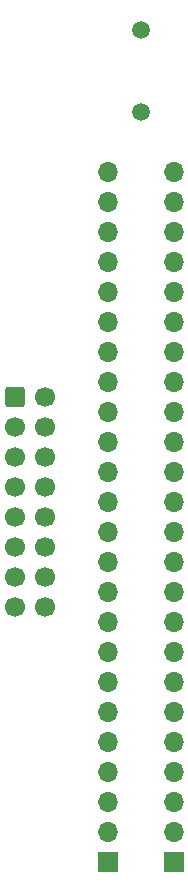
<source format=gbr>
%TF.GenerationSoftware,KiCad,Pcbnew,(7.0.0-0)*%
%TF.CreationDate,2023-03-31T09:05:14+02:00*%
%TF.ProjectId,Nes Sound Expansion,4e657320-536f-4756-9e64-20457870616e,rev?*%
%TF.SameCoordinates,Original*%
%TF.FileFunction,Soldermask,Bot*%
%TF.FilePolarity,Negative*%
%FSLAX46Y46*%
G04 Gerber Fmt 4.6, Leading zero omitted, Abs format (unit mm)*
G04 Created by KiCad (PCBNEW (7.0.0-0)) date 2023-03-31 09:05:14*
%MOMM*%
%LPD*%
G01*
G04 APERTURE LIST*
G04 Aperture macros list*
%AMRoundRect*
0 Rectangle with rounded corners*
0 $1 Rounding radius*
0 $2 $3 $4 $5 $6 $7 $8 $9 X,Y pos of 4 corners*
0 Add a 4 corners polygon primitive as box body*
4,1,4,$2,$3,$4,$5,$6,$7,$8,$9,$2,$3,0*
0 Add four circle primitives for the rounded corners*
1,1,$1+$1,$2,$3*
1,1,$1+$1,$4,$5*
1,1,$1+$1,$6,$7*
1,1,$1+$1,$8,$9*
0 Add four rect primitives between the rounded corners*
20,1,$1+$1,$2,$3,$4,$5,0*
20,1,$1+$1,$4,$5,$6,$7,0*
20,1,$1+$1,$6,$7,$8,$9,0*
20,1,$1+$1,$8,$9,$2,$3,0*%
G04 Aperture macros list end*
%ADD10C,1.500000*%
%ADD11RoundRect,0.250000X-0.600000X-0.600000X0.600000X-0.600000X0.600000X0.600000X-0.600000X0.600000X0*%
%ADD12C,1.700000*%
%ADD13R,1.700000X1.700000*%
%ADD14O,1.700000X1.700000*%
G04 APERTURE END LIST*
D10*
%TO.C,J6*%
X110490000Y-38787000D03*
X110490000Y-45787000D03*
%TD*%
D11*
%TO.C,J1*%
X99822000Y-69850000D03*
D12*
X102362000Y-69850000D03*
X99822000Y-72390000D03*
X102362000Y-72390000D03*
X99822000Y-74930000D03*
X102362000Y-74930000D03*
X99822000Y-77470000D03*
X102362000Y-77470000D03*
X99822000Y-80010000D03*
X102362000Y-80010000D03*
X99822000Y-82550000D03*
X102362000Y-82550000D03*
X99822000Y-85090000D03*
X102362000Y-85090000D03*
X99822000Y-87630000D03*
X102362000Y-87630000D03*
%TD*%
D13*
%TO.C,J3*%
X113283999Y-109219999D03*
D14*
X113283999Y-106679999D03*
X113283999Y-104139999D03*
X113283999Y-101599999D03*
X113283999Y-99059999D03*
X113283999Y-96519999D03*
X113283999Y-93979999D03*
X113283999Y-91439999D03*
X113283999Y-88899999D03*
X113283999Y-86359999D03*
X113283999Y-83819999D03*
X113283999Y-81279999D03*
X113283999Y-78739999D03*
X113283999Y-76199999D03*
X113283999Y-73659999D03*
X113283999Y-71119999D03*
X113283999Y-68579999D03*
X113283999Y-66039999D03*
X113283999Y-63499999D03*
X113283999Y-60959999D03*
X113283999Y-58419999D03*
X113283999Y-55879999D03*
X113283999Y-53339999D03*
X113283999Y-50799999D03*
%TD*%
D13*
%TO.C,J4*%
X107695999Y-109219999D03*
D14*
X107695999Y-106679999D03*
X107695999Y-104139999D03*
X107695999Y-101599999D03*
X107695999Y-99059999D03*
X107695999Y-96519999D03*
X107695999Y-93979999D03*
X107695999Y-91439999D03*
X107695999Y-88899999D03*
X107695999Y-86359999D03*
X107695999Y-83819999D03*
X107695999Y-81279999D03*
X107695999Y-78739999D03*
X107695999Y-76199999D03*
X107695999Y-73659999D03*
X107695999Y-71119999D03*
X107695999Y-68579999D03*
X107695999Y-66039999D03*
X107695999Y-63499999D03*
X107695999Y-60959999D03*
X107695999Y-58419999D03*
X107695999Y-55879999D03*
X107695999Y-53339999D03*
X107695999Y-50799999D03*
%TD*%
M02*

</source>
